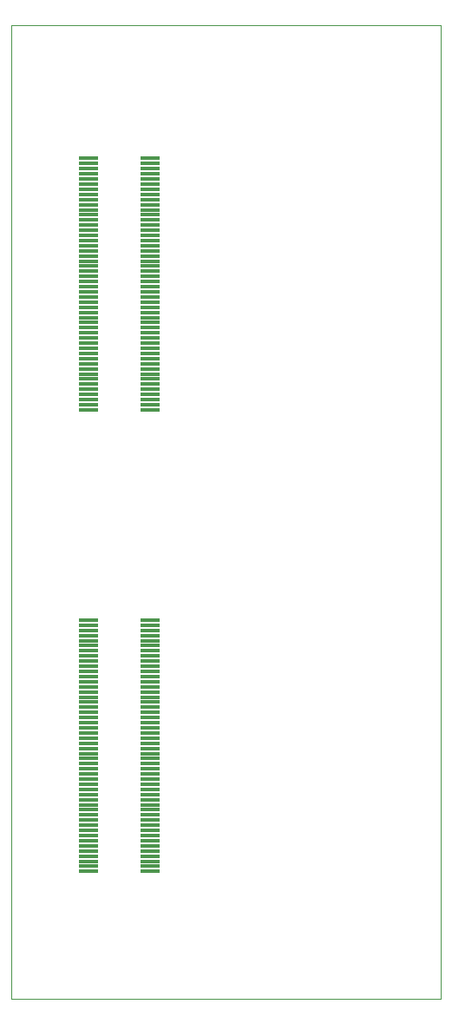
<source format=gbr>
%TF.GenerationSoftware,KiCad,Pcbnew,(6.0.6)*%
%TF.CreationDate,2023-01-26T13:55:41-05:00*%
%TF.ProjectId,TURFIO_RACK_Flex_PCB_Breakout,54555246-494f-45f5-9241-434b5f466c65,rev?*%
%TF.SameCoordinates,Original*%
%TF.FileFunction,Paste,Top*%
%TF.FilePolarity,Positive*%
%FSLAX46Y46*%
G04 Gerber Fmt 4.6, Leading zero omitted, Abs format (unit mm)*
G04 Created by KiCad (PCBNEW (6.0.6)) date 2023-01-26 13:55:41*
%MOMM*%
%LPD*%
G01*
G04 APERTURE LIST*
%TA.AperFunction,Profile*%
%ADD10C,0.100000*%
%TD*%
%ADD11R,1.905000X0.304800*%
G04 APERTURE END LIST*
D10*
X74510000Y-51560000D02*
X116440000Y-51560000D01*
X116440000Y-51560000D02*
X116440000Y-146520000D01*
X116440000Y-146520000D02*
X74510000Y-146520000D01*
X74510000Y-146520000D02*
X74510000Y-51560000D01*
D11*
%TO.C,J1*%
X82022150Y-64574799D03*
X82022150Y-65074801D03*
X82022150Y-65574800D03*
X82022150Y-66074799D03*
X82022150Y-66574800D03*
X82022150Y-67074799D03*
X82022150Y-67574801D03*
X82022150Y-68074800D03*
X82022150Y-68574799D03*
X82022150Y-69074800D03*
X82022150Y-69574799D03*
X82022150Y-70074801D03*
X82022150Y-70574800D03*
X82022150Y-71074799D03*
X82022150Y-71574800D03*
X82022150Y-72074799D03*
X82022150Y-72574801D03*
X82022150Y-73074800D03*
X82022150Y-73574799D03*
X82022150Y-74074800D03*
X82022150Y-74574799D03*
X82022150Y-75074801D03*
X82022150Y-75574800D03*
X82022150Y-76074799D03*
X82022150Y-76574800D03*
X82022150Y-77074800D03*
X82022150Y-77574798D03*
X82022150Y-78074800D03*
X82022150Y-78574799D03*
X82022150Y-79074801D03*
X82022150Y-79574800D03*
X82022150Y-80074799D03*
X82022150Y-80574800D03*
X82022150Y-81074799D03*
X82022150Y-81574801D03*
X82022150Y-82074800D03*
X82022150Y-82574799D03*
X82022150Y-83074800D03*
X82022150Y-83574799D03*
X82022150Y-84074801D03*
X82022150Y-84574800D03*
X82022150Y-85074799D03*
X82022150Y-85574800D03*
X82022150Y-86074799D03*
X82022150Y-86574801D03*
X82022150Y-87074800D03*
X82022150Y-87574799D03*
X82022150Y-88074800D03*
X82022150Y-88574799D03*
X82022150Y-89074801D03*
X88022154Y-64574799D03*
X88022154Y-65074801D03*
X88022154Y-65574800D03*
X88022154Y-66074799D03*
X88022154Y-66574800D03*
X88022154Y-67074799D03*
X88022154Y-67574801D03*
X88022154Y-68074800D03*
X88022154Y-68574799D03*
X88022154Y-69074800D03*
X88022154Y-69574799D03*
X88022154Y-70074801D03*
X88022154Y-70574800D03*
X88022154Y-71074799D03*
X88022154Y-71574800D03*
X88022154Y-72074799D03*
X88022154Y-72574801D03*
X88022154Y-73074800D03*
X88022154Y-73574799D03*
X88022154Y-74074800D03*
X88022154Y-74574799D03*
X88022154Y-75074801D03*
X88022154Y-75574800D03*
X88022154Y-76074799D03*
X88022154Y-76574800D03*
X88022154Y-77074800D03*
X88022154Y-77574798D03*
X88022154Y-78074800D03*
X88022154Y-78574799D03*
X88022154Y-79074801D03*
X88022154Y-79574800D03*
X88022154Y-80074799D03*
X88022154Y-80574800D03*
X88022154Y-81074799D03*
X88022154Y-81574801D03*
X88022154Y-82074800D03*
X88022154Y-82574799D03*
X88022154Y-83074800D03*
X88022154Y-83574799D03*
X88022154Y-84074801D03*
X88022154Y-84574800D03*
X88022154Y-85074799D03*
X88022154Y-85574800D03*
X88022154Y-86074799D03*
X88022154Y-86574801D03*
X88022154Y-87074800D03*
X88022154Y-87574799D03*
X88022154Y-88074800D03*
X88022154Y-88574799D03*
X88022154Y-89074801D03*
%TD*%
%TO.C,J2*%
X82022150Y-109574799D03*
X82022150Y-110074801D03*
X82022150Y-110574800D03*
X82022150Y-111074799D03*
X82022150Y-111574800D03*
X82022150Y-112074799D03*
X82022150Y-112574801D03*
X82022150Y-113074800D03*
X82022150Y-113574799D03*
X82022150Y-114074800D03*
X82022150Y-114574799D03*
X82022150Y-115074801D03*
X82022150Y-115574800D03*
X82022150Y-116074799D03*
X82022150Y-116574800D03*
X82022150Y-117074799D03*
X82022150Y-117574801D03*
X82022150Y-118074800D03*
X82022150Y-118574799D03*
X82022150Y-119074800D03*
X82022150Y-119574799D03*
X82022150Y-120074801D03*
X82022150Y-120574800D03*
X82022150Y-121074799D03*
X82022150Y-121574800D03*
X82022150Y-122074800D03*
X82022150Y-122574798D03*
X82022150Y-123074800D03*
X82022150Y-123574799D03*
X82022150Y-124074801D03*
X82022150Y-124574800D03*
X82022150Y-125074799D03*
X82022150Y-125574800D03*
X82022150Y-126074799D03*
X82022150Y-126574801D03*
X82022150Y-127074800D03*
X82022150Y-127574799D03*
X82022150Y-128074800D03*
X82022150Y-128574799D03*
X82022150Y-129074801D03*
X82022150Y-129574800D03*
X82022150Y-130074799D03*
X82022150Y-130574800D03*
X82022150Y-131074799D03*
X82022150Y-131574801D03*
X82022150Y-132074800D03*
X82022150Y-132574799D03*
X82022150Y-133074800D03*
X82022150Y-133574799D03*
X82022150Y-134074801D03*
X88022154Y-109574799D03*
X88022154Y-110074801D03*
X88022154Y-110574800D03*
X88022154Y-111074799D03*
X88022154Y-111574800D03*
X88022154Y-112074799D03*
X88022154Y-112574801D03*
X88022154Y-113074800D03*
X88022154Y-113574799D03*
X88022154Y-114074800D03*
X88022154Y-114574799D03*
X88022154Y-115074801D03*
X88022154Y-115574800D03*
X88022154Y-116074799D03*
X88022154Y-116574800D03*
X88022154Y-117074799D03*
X88022154Y-117574801D03*
X88022154Y-118074800D03*
X88022154Y-118574799D03*
X88022154Y-119074800D03*
X88022154Y-119574799D03*
X88022154Y-120074801D03*
X88022154Y-120574800D03*
X88022154Y-121074799D03*
X88022154Y-121574800D03*
X88022154Y-122074800D03*
X88022154Y-122574798D03*
X88022154Y-123074800D03*
X88022154Y-123574799D03*
X88022154Y-124074801D03*
X88022154Y-124574800D03*
X88022154Y-125074799D03*
X88022154Y-125574800D03*
X88022154Y-126074799D03*
X88022154Y-126574801D03*
X88022154Y-127074800D03*
X88022154Y-127574799D03*
X88022154Y-128074800D03*
X88022154Y-128574799D03*
X88022154Y-129074801D03*
X88022154Y-129574800D03*
X88022154Y-130074799D03*
X88022154Y-130574800D03*
X88022154Y-131074799D03*
X88022154Y-131574801D03*
X88022154Y-132074800D03*
X88022154Y-132574799D03*
X88022154Y-133074800D03*
X88022154Y-133574799D03*
X88022154Y-134074801D03*
%TD*%
M02*

</source>
